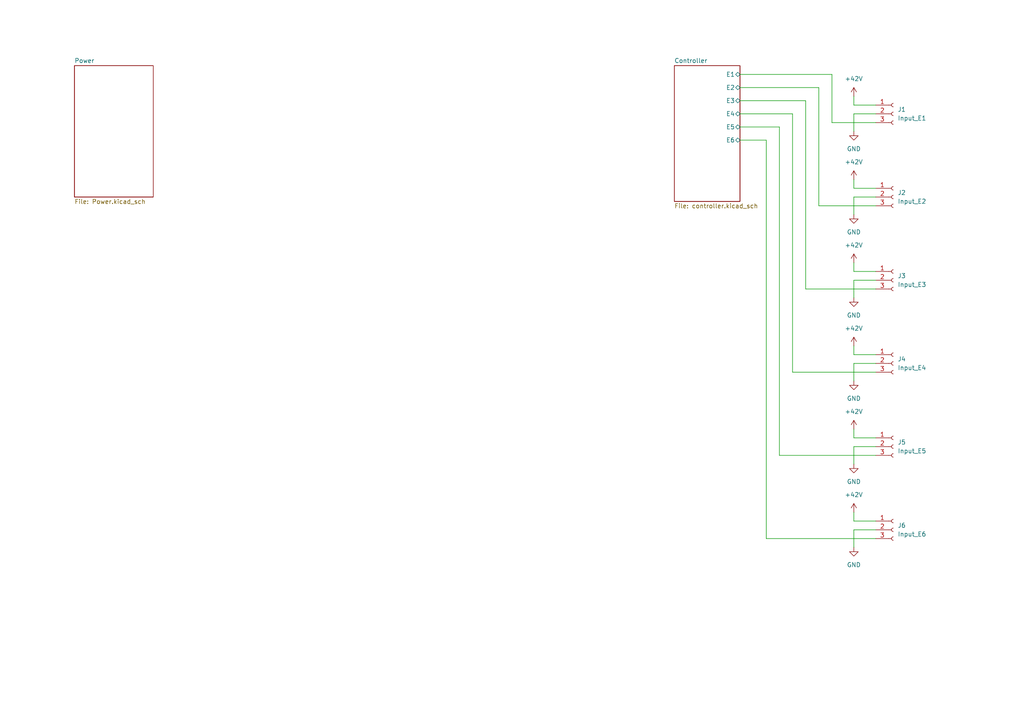
<source format=kicad_sch>
(kicad_sch (version 20231120) (generator "eeschema") (generator_version "8.0")
  (paper "A4")
  (lib_symbols
    (symbol "Connector:Conn_01x03_Socket" (pin_names (offset 1.016) hide)
      (property "Reference" "J" (at 0 5.08 0))
      (property "Value" "Conn_01x03_Socket" (at 0 -5.08 0))
      (symbol "Conn_01x03_Socket_1_1"
        (arc (start 0 -2.032) (mid -0.5058 -2.54) (end 0 -3.048) (stroke (width 0.1524)))
        (polyline (pts (xy -1.27 -2.54) (xy -0.508 -2.54)) (stroke (width 0.1524)))
        (polyline (pts (xy -1.27 0) (xy -0.508 0)) (stroke (width 0.1524)))
        (polyline (pts (xy -1.27 2.54) (xy -0.508 2.54)) (stroke (width 0.1524)))
        (arc (start 0 0.508) (mid -0.5058 0) (end 0 -0.508) (stroke (width 0.1524)))
        (arc (start 0 3.048) (mid -0.5058 2.54) (end 0 2.032) (stroke (width 0.1524)))
        (pin passive line (at -5.08 2.54 0) (length 3.81) (name "Pin_1") (number "1"))
        (pin passive line (at -5.08 0 0) (length 3.81) (name "Pin_2") (number "2"))
        (pin passive line (at -5.08 -2.54 0) (length 3.81) (name "Pin_3") (number "3"))
      )
    )
    (symbol "power:+48V" (power) (pin_numbers hide) (pin_names (offset 0) hide)
      (property "Value" "+48V" (at 0 3.556 0))
      (symbol "+48V_0_1"
        (polyline (pts (xy -0.762 1.27) (xy 0 2.54)))
        (polyline (pts (xy 0 0) (xy 0 2.54)))
        (polyline (pts (xy 0 2.54) (xy 0.762 1.27)))
      )
      (symbol "+48V_1_1"
        (pin power_in line (at 0 0 90) (length 0) (name "~") (number "1"))
      )
    )
    (symbol "power:GND" (power) (pin_numbers hide) (pin_names (offset 0) hide)
      (property "Value" "GND" (at 0 -3.81 0))
      (symbol "GND_0_1"
        (polyline (pts (xy 0 0) (xy 0 -1.27) (xy 1.27 -1.27) (xy 0 -2.54) (xy -1.27 -1.27) (xy 0 -1.27)))
      )
      (symbol "GND_1_1"
        (pin power_in line (at 0 0 270) (length 0) (name "~") (number "1"))
      )
    )
  )
  (wire (pts (xy 229.87 33.02) (xy 229.87 107.95)))
  (wire (pts (xy 247.65 54.61) (xy 254 54.61)))
  (wire (pts (xy 214.63 40.64) (xy 222.25 40.64)))
  (wire (pts (xy 237.49 59.69) (xy 254 59.69)))
  (wire (pts (xy 254 105.41) (xy 247.65 105.41)))
  (wire (pts (xy 247.65 33.02) (xy 247.65 38.1)))
  (wire (pts (xy 247.65 102.87) (xy 254 102.87)))
  (wire (pts (xy 222.25 156.21) (xy 254 156.21)))
  (wire (pts (xy 247.65 153.67) (xy 247.65 158.75)))
  (wire (pts (xy 237.49 25.4) (xy 237.49 59.69)))
  (wire (pts (xy 247.65 30.48) (xy 254 30.48)))
  (wire (pts (xy 247.65 81.28) (xy 247.65 86.36)))
  (wire (pts (xy 233.68 83.82) (xy 254 83.82)))
  (wire (pts (xy 229.87 107.95) (xy 254 107.95)))
  (wire (pts (xy 247.65 129.54) (xy 254 129.54)))
  (wire (pts (xy 247.65 148.59) (xy 247.65 151.13)))
  (wire (pts (xy 247.65 127) (xy 254 127)))
  (wire (pts (xy 214.63 25.4) (xy 237.49 25.4)))
  (wire (pts (xy 222.25 40.64) (xy 222.25 156.21)))
  (wire (pts (xy 247.65 57.15) (xy 247.65 62.23)))
  (wire (pts (xy 247.65 27.94) (xy 247.65 30.48)))
  (wire (pts (xy 247.65 151.13) (xy 254 151.13)))
  (wire (pts (xy 226.06 36.83) (xy 226.06 132.08)))
  (wire (pts (xy 214.63 21.59) (xy 241.3 21.59)))
  (wire (pts (xy 226.06 132.08) (xy 254 132.08)))
  (wire (pts (xy 241.3 35.56) (xy 254 35.56)))
  (wire (pts (xy 247.65 124.46) (xy 247.65 127)))
  (wire (pts (xy 247.65 78.74) (xy 254 78.74)))
  (wire (pts (xy 247.65 33.02) (xy 254 33.02)))
  (wire (pts (xy 214.63 29.21) (xy 233.68 29.21)))
  (wire (pts (xy 214.63 36.83) (xy 226.06 36.83)))
  (wire (pts (xy 247.65 52.07) (xy 247.65 54.61)))
  (wire (pts (xy 247.65 105.41) (xy 247.65 110.49)))
  (wire (pts (xy 254 153.67) (xy 247.65 153.67)))
  (wire (pts (xy 233.68 29.21) (xy 233.68 83.82)))
  (wire (pts (xy 241.3 21.59) (xy 241.3 35.56)))
  (wire (pts (xy 214.63 33.02) (xy 229.87 33.02)))
  (wire (pts (xy 247.65 76.2) (xy 247.65 78.74)))
  (wire (pts (xy 247.65 81.28) (xy 254 81.28)))
  (wire (pts (xy 247.65 129.54) (xy 247.65 134.62)))
  (wire (pts (xy 247.65 100.33) (xy 247.65 102.87)))
  (wire (pts (xy 254 57.15) (xy 247.65 57.15)))
  (symbol (lib_id "Connector:Conn_01x03_Socket") (at 259.08 153.67 0) (unit 1)
    (property "Reference" "J6" (at 260.35 152.3999 0) (effects (justify left)))
    (property "Value" "Input_E6" (at 260.35 154.9399 0) (effects (justify left)))
    (property "Footprint" "Connector_PinSocket_2.54mm:PinSocket_1x03_P2.54mm_Vertical" (effects (hide yes)))
    (property "Description" "Generic connector, single row, 01x03, script generated" (effects (hide yes)))
  )
  (symbol (lib_id "power:+48V") (at 247.65 52.07 0) (unit 1)
    (property "Reference" "#PWR03" (effects (hide yes)))
    (property "Value" "+42V" (at 247.65 46.99 0))
    (property "Description" "Power symbol creates a global label with name \"+48V\"" (effects (hide yes)))
  )
  (symbol (lib_id "Connector:Conn_01x03_Socket") (at 259.08 105.41 0) (unit 1)
    (property "Reference" "J4" (at 260.35 104.1399 0) (effects (justify left)))
    (property "Value" "Input_E4" (at 260.35 106.6799 0) (effects (justify left)))
    (property "Footprint" "Connector_PinSocket_2.54mm:PinSocket_1x03_P2.54mm_Vertical" (effects (hide yes)))
    (property "Description" "Generic connector, single row, 01x03, script generated" (effects (hide yes)))
  )
  (symbol (lib_id "power:GND") (at 247.65 62.23 0) (unit 1)
    (property "Reference" "#PWR04" (effects (hide yes)))
    (property "Value" "GND" (at 247.65 67.31 0))
    (property "Description" "Power symbol creates a global label with name \"GND\" , ground" (effects (hide yes)))
  )
  (symbol (lib_id "Connector:Conn_01x03_Socket") (at 259.08 81.28 0) (unit 1)
    (property "Reference" "J3" (at 260.35 80.0099 0) (effects (justify left)))
    (property "Value" "Input_E3" (at 260.35 82.5499 0) (effects (justify left)))
    (property "Footprint" "Connector_PinSocket_2.54mm:PinSocket_1x03_P2.54mm_Vertical" (effects (hide yes)))
    (property "Description" "Generic connector, single row, 01x03, script generated" (effects (hide yes)))
  )
  (symbol (lib_id "power:GND") (at 247.65 158.75 0) (unit 1)
    (property "Reference" "#PWR012" (effects (hide yes)))
    (property "Value" "GND" (at 247.65 163.83 0))
    (property "Description" "Power symbol creates a global label with name \"GND\" , ground" (effects (hide yes)))
  )
  (symbol (lib_id "power:+48V") (at 247.65 27.94 0) (unit 1)
    (property "Reference" "#PWR01" (effects (hide yes)))
    (property "Value" "+42V" (at 247.65 22.86 0))
    (property "Description" "Power symbol creates a global label with name \"+48V\"" (effects (hide yes)))
  )
  (symbol (lib_id "Connector:Conn_01x03_Socket") (at 259.08 57.15 0) (unit 1)
    (property "Reference" "J2" (at 260.35 55.8799 0) (effects (justify left)))
    (property "Value" "Input_E2" (at 260.35 58.4199 0) (effects (justify left)))
    (property "Footprint" "Connector_PinSocket_2.54mm:PinSocket_1x03_P2.54mm_Vertical" (effects (hide yes)))
    (property "Description" "Generic connector, single row, 01x03, script generated" (effects (hide yes)))
  )
  (symbol (lib_id "power:GND") (at 247.65 134.62 0) (unit 1)
    (property "Reference" "#PWR010" (effects (hide yes)))
    (property "Value" "GND" (at 247.65 139.7 0))
    (property "Description" "Power symbol creates a global label with name \"GND\" , ground" (effects (hide yes)))
  )
  (symbol (lib_id "Connector:Conn_01x03_Socket") (at 259.08 33.02 0) (unit 1)
    (property "Reference" "J1" (at 260.35 31.7499 0) (effects (justify left)))
    (property "Value" "Input_E1" (at 260.35 34.2899 0) (effects (justify left)))
    (property "Footprint" "Connector_PinSocket_2.54mm:PinSocket_1x03_P2.54mm_Vertical" (effects (hide yes)))
    (property "Description" "Generic connector, single row, 01x03, script generated" (effects (hide yes)))
  )
  (symbol (lib_id "power:+48V") (at 247.65 100.33 0) (unit 1)
    (property "Reference" "#PWR07" (effects (hide yes)))
    (property "Value" "+42V" (at 247.65 95.25 0))
    (property "Description" "Power symbol creates a global label with name \"+48V\"" (effects (hide yes)))
  )
  (symbol (lib_id "power:GND") (at 247.65 110.49 0) (unit 1)
    (property "Reference" "#PWR08" (effects (hide yes)))
    (property "Value" "GND" (at 247.65 115.57 0))
    (property "Description" "Power symbol creates a global label with name \"GND\" , ground" (effects (hide yes)))
  )
  (symbol (lib_id "power:+48V") (at 247.65 148.59 0) (unit 1)
    (property "Reference" "#PWR011" (effects (hide yes)))
    (property "Value" "+42V" (at 247.65 143.51 0))
    (property "Description" "Power symbol creates a global label with name \"+48V\"" (effects (hide yes)))
  )
  (symbol (lib_id "power:+48V") (at 247.65 76.2 0) (unit 1)
    (property "Reference" "#PWR05" (effects (hide yes)))
    (property "Value" "+42V" (at 247.65 71.12 0))
    (property "Description" "Power symbol creates a global label with name \"+48V\"" (effects (hide yes)))
  )
  (symbol (lib_id "power:GND") (at 247.65 86.36 0) (unit 1)
    (property "Reference" "#PWR06" (effects (hide yes)))
    (property "Value" "GND" (at 247.65 91.44 0))
    (property "Description" "Power symbol creates a global label with name \"GND\" , ground" (effects (hide yes)))
  )
  (symbol (lib_id "power:GND") (at 247.65 38.1 0) (unit 1)
    (property "Reference" "#PWR02" (effects (hide yes)))
    (property "Value" "GND" (at 247.65 43.18 0))
    (property "Description" "Power symbol creates a global label with name \"GND\" , ground" (effects (hide yes)))
  )
  (symbol (lib_id "Connector:Conn_01x03_Socket") (at 259.08 129.54 0) (unit 1)
    (property "Reference" "J5" (at 260.35 128.2699 0) (effects (justify left)))
    (property "Value" "Input_E5" (at 260.35 130.8099 0) (effects (justify left)))
    (property "Footprint" "Connector_PinSocket_2.54mm:PinSocket_1x03_P2.54mm_Vertical" (effects (hide yes)))
    (property "Description" "Generic connector, single row, 01x03, script generated" (effects (hide yes)))
  )
  (symbol (lib_id "power:+48V") (at 247.65 124.46 0) (unit 1)
    (property "Reference" "#PWR09" (effects (hide yes)))
    (property "Value" "+42V" (at 247.65 119.38 0))
    (property "Description" "Power symbol creates a global label with name \"+48V\"" (effects (hide yes)))
  )
  (sheet (at 21.59 19.05) (size 22.86 38.1) (stroke (width 0.1524))
    (property "Sheetname" "Power" (at 21.59 18.3384 0) (effects (justify left bottom)))
    (property "Sheetfile" "Power.kicad_sch" (at 21.59 57.7346 0) (effects (justify left top)))
  )
  (sheet (at 195.58 19.05) (size 19.05 39.37) (stroke (width 0.1524))
    (property "Sheetname" "Controller" (at 195.58 18.3384 0) (effects (justify left bottom)))
    (property "Sheetfile" "controller.kicad_sch" (at 195.58 59.0046 0) (effects (justify left top)))
    (pin "E3" bidirectional (at 214.63 29.21 0))
    (pin "E1" bidirectional (at 214.63 21.59 0))
    (pin "E6" bidirectional (at 214.63 40.64 0))
    (pin "E4" bidirectional (at 214.63 33.02 0))
    (pin "E2" bidirectional (at 214.63 25.4 0))
    (pin "E5" bidirectional (at 214.63 36.83 0))
  )
)
</source>
